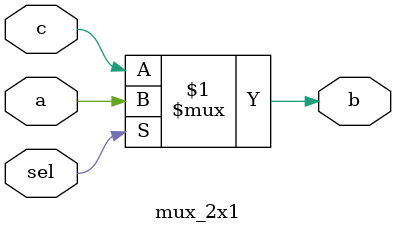
<source format=v>
module mux_2x1(input a,c,sel, output b);
  assign b = sel ? a : c;
endmodule

</source>
